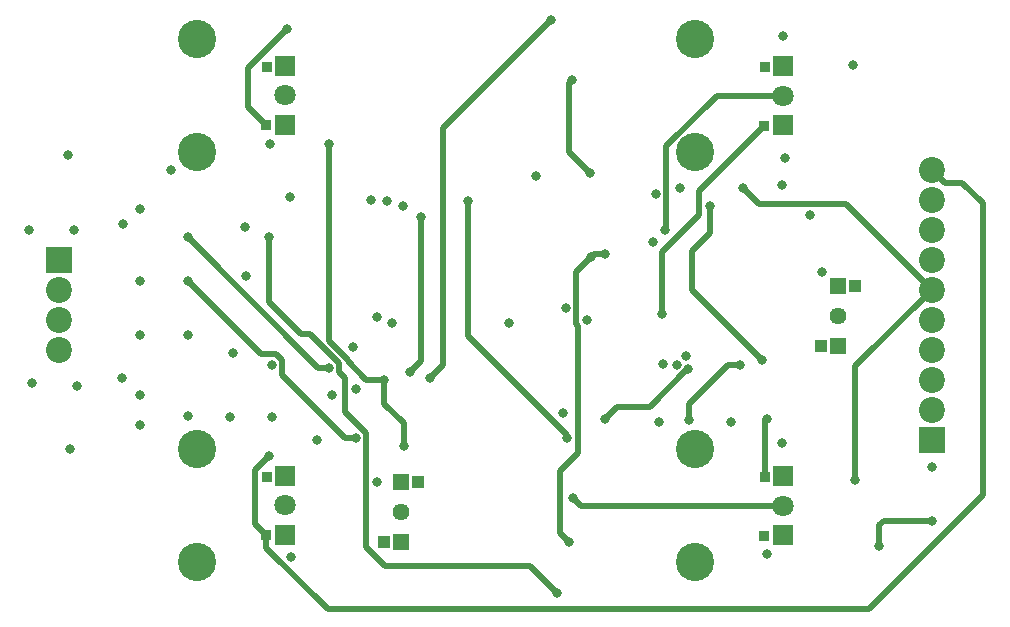
<source format=gbr>
%TF.GenerationSoftware,KiCad,Pcbnew,9.0.0*%
%TF.CreationDate,2025-03-26T23:14:20+00:00*%
%TF.ProjectId,diode-ladder-filter-synth-module,64696f64-652d-46c6-9164-6465722d6669,rev?*%
%TF.SameCoordinates,Original*%
%TF.FileFunction,Copper,L3,Inr*%
%TF.FilePolarity,Positive*%
%FSLAX46Y46*%
G04 Gerber Fmt 4.6, Leading zero omitted, Abs format (unit mm)*
G04 Created by KiCad (PCBNEW 9.0.0) date 2025-03-26 23:14:20*
%MOMM*%
%LPD*%
G01*
G04 APERTURE LIST*
%TA.AperFunction,ComponentPad*%
%ADD10C,2.200000*%
%TD*%
%TA.AperFunction,ComponentPad*%
%ADD11R,2.200000X2.200000*%
%TD*%
%TA.AperFunction,ComponentPad*%
%ADD12R,0.899998X0.899994*%
%TD*%
%TA.AperFunction,ComponentPad*%
%ADD13C,1.800000*%
%TD*%
%TA.AperFunction,ComponentPad*%
%ADD14R,0.900000X0.899998*%
%TD*%
%TA.AperFunction,ComponentPad*%
%ADD15C,3.240000*%
%TD*%
%TA.AperFunction,ComponentPad*%
%ADD16R,1.800000X1.800000*%
%TD*%
%TA.AperFunction,ComponentPad*%
%ADD17R,1.000000X1.000000*%
%TD*%
%TA.AperFunction,ComponentPad*%
%ADD18C,1.440000*%
%TD*%
%TA.AperFunction,ComponentPad*%
%ADD19R,1.440000X1.440000*%
%TD*%
%TA.AperFunction,ViaPad*%
%ADD20C,0.800000*%
%TD*%
%TA.AperFunction,Conductor*%
%ADD21C,0.500000*%
%TD*%
G04 APERTURE END LIST*
D10*
%TO.N,/CV1_IN*%
%TO.C,J6*%
X192024000Y-62484000D03*
%TO.N,GND*%
X192024000Y-65024000D03*
%TO.N,/CV2_IN*%
X192024000Y-67564000D03*
%TO.N,GND*%
X192024000Y-70104000D03*
%TO.N,/AUDIO_OUT*%
X192024000Y-72644000D03*
%TO.N,GND*%
X192024000Y-75184000D03*
%TO.N,/AUDIO_IN*%
X192024000Y-77724000D03*
%TO.N,GND*%
X192024000Y-80264000D03*
%TO.N,/AUDIO_IN*%
X192024000Y-82804000D03*
D11*
%TO.N,GND*%
X192024000Y-85344000D03*
%TD*%
D12*
%TO.N,GND*%
%TO.C,PT1*%
X135719200Y-88493000D03*
D13*
%TO.N,Net-(PT1-Pad2)*%
X137294000Y-90906000D03*
D14*
%TO.N,/CV1_IN*%
X135693800Y-93446000D03*
D15*
%TO.N,*%
X129794000Y-86106000D03*
D16*
X137294000Y-88406000D03*
X137294000Y-93406000D03*
D15*
X129794000Y-95706000D03*
%TD*%
D12*
%TO.N,GND*%
%TO.C,PT3*%
X135719200Y-53796000D03*
D13*
%TO.N,Net-(C9-Pad1)*%
X137294000Y-56209000D03*
D14*
%TO.N,/AUDIO_IN*%
X135693800Y-58749000D03*
D15*
%TO.N,*%
X129794000Y-51409000D03*
D16*
X137294000Y-53709000D03*
X137294000Y-58709000D03*
D15*
X129794000Y-61009000D03*
%TD*%
D10*
%TO.N,Net-(J1-+12v)*%
%TO.C,J1*%
X118110000Y-77724000D03*
%TO.N,GND*%
X118110000Y-75184000D03*
X118110000Y-72644000D03*
D11*
%TO.N,Net-(J1--12v)*%
X118110000Y-70104000D03*
%TD*%
D17*
%TO.N,Net-(PT7-Pad3)*%
%TO.C,PT7*%
X182626000Y-77444600D03*
D18*
%TO.N,Net-(PT4-Pad3)*%
X184073800Y-74904600D03*
D17*
X185496200Y-72364600D03*
D19*
%TO.N,*%
X184073800Y-72364600D03*
X184073800Y-77444600D03*
%TD*%
D12*
%TO.N,Net-(PT4-Pad3)*%
%TO.C,PT4*%
X177883200Y-53822000D03*
D13*
%TO.N,Net-(U2D-+)*%
X179458000Y-56235000D03*
D14*
%TO.N,Net-(U2A--)*%
X177857800Y-58775000D03*
D15*
%TO.N,*%
X171958000Y-51435000D03*
D16*
X179458000Y-53735000D03*
X179458000Y-58735000D03*
D15*
X171958000Y-61035000D03*
%TD*%
D12*
%TO.N,Net-(PT2-Pad3)*%
%TO.C,PT2*%
X177883200Y-88519000D03*
D13*
%TO.N,Net-(PT2-Pad2)*%
X179458000Y-90932000D03*
D14*
%TO.N,+12V*%
X177857800Y-93472000D03*
D15*
%TO.N,*%
X171958000Y-86132000D03*
D16*
X179458000Y-88432000D03*
X179458000Y-93432000D03*
D15*
X171958000Y-95732000D03*
%TD*%
D17*
%TO.N,GND*%
%TO.C,PT6*%
X145618200Y-93980000D03*
D18*
%TO.N,Net-(PT6-Pad2)*%
X147066000Y-91440000D03*
D17*
%TO.N,/CV2_IN*%
X148488400Y-88900000D03*
D19*
%TO.N,*%
X147066000Y-88900000D03*
X147066000Y-93980000D03*
%TD*%
D20*
%TO.N,+12V*%
X143002000Y-77502500D03*
X124968000Y-76454000D03*
X124968000Y-84074000D03*
X124968000Y-81534000D03*
X119094000Y-86106000D03*
X179324000Y-85598000D03*
X129032000Y-76454000D03*
X170434000Y-79021489D03*
%TO.N,GND*%
X192024000Y-87630000D03*
X175006000Y-83820000D03*
X171223069Y-78232000D03*
X160782000Y-83058000D03*
X133858000Y-67310000D03*
X161036000Y-74168000D03*
X145034000Y-74930000D03*
X158496000Y-62992000D03*
X115570000Y-67564000D03*
X119380000Y-67564000D03*
X135966200Y-60325000D03*
X170688000Y-64008000D03*
X115824000Y-80518000D03*
X137751897Y-95293103D03*
X139954000Y-85344000D03*
X145045000Y-88900000D03*
X145923000Y-65151000D03*
X168910000Y-83820000D03*
X119634000Y-80772000D03*
%TO.N,-12V*%
X118872000Y-61214000D03*
X124968000Y-65786000D03*
X143256000Y-85166200D03*
X173228000Y-65532000D03*
X177673000Y-78613000D03*
X124968000Y-71882000D03*
X144526000Y-65024000D03*
X129032000Y-71882000D03*
%TO.N,/AUDIO_OUT*%
X176022000Y-64008000D03*
X185547000Y-88773000D03*
%TO.N,/CV1_IN*%
X185356500Y-53657500D03*
X135890000Y-86741000D03*
%TO.N,Net-(C9-Pad1)*%
X127635000Y-62484000D03*
%TO.N,Net-(C9-Pad2)*%
X129032000Y-68199000D03*
X140970000Y-79248000D03*
%TO.N,Net-(D14-A)*%
X161544000Y-54864000D03*
X163068000Y-62738000D03*
X161290000Y-93980000D03*
X164338000Y-69596000D03*
X163193000Y-69848002D03*
%TO.N,Net-(D10-K)*%
X156210000Y-75438000D03*
X169230229Y-78952466D03*
%TO.N,Net-(D3-K)*%
X192024000Y-92202000D03*
X187579000Y-94361000D03*
%TO.N,/AUDIO_IN*%
X137414000Y-50546000D03*
%TO.N,Net-(D7-K)*%
X143256000Y-81026000D03*
X141224000Y-81534000D03*
X140970000Y-60325000D03*
X145669000Y-80264000D03*
X147320000Y-85852000D03*
%TO.N,Net-(D7-A)*%
X148774914Y-66465959D03*
X147828000Y-79629000D03*
%TO.N,Net-(D8-A)*%
X136144001Y-83388199D03*
X159766000Y-49784000D03*
X149543897Y-80126000D03*
%TO.N,Net-(D13-K)*%
X135890000Y-68199000D03*
X160274000Y-98298000D03*
%TO.N,Net-(D14-K)*%
X162814000Y-75184000D03*
X179324000Y-63754000D03*
X168656000Y-64516000D03*
X168402000Y-68580000D03*
%TO.N,Net-(J1-+12v)*%
X123444000Y-80137000D03*
%TO.N,Net-(J1--12v)*%
X123571000Y-67056000D03*
%TO.N,Net-(PT1-Pad2)*%
X129032000Y-83312000D03*
%TO.N,Net-(PT2-Pad2)*%
X161671000Y-90297000D03*
%TO.N,Net-(PT2-Pad3)*%
X178054000Y-94996000D03*
X178054000Y-83566000D03*
%TO.N,Net-(U2A--)*%
X169164000Y-74676000D03*
X179451000Y-51181000D03*
%TO.N,Net-(U2D-+)*%
X169418001Y-67564001D03*
%TO.N,Net-(PT4-Pad3)*%
X179578000Y-61468000D03*
%TO.N,Net-(PT6-Pad2)*%
X132588000Y-83439000D03*
%TO.N,Net-(PT7-Pad3)*%
X182753000Y-71120000D03*
X181737000Y-66294000D03*
%TO.N,Net-(U1B--)*%
X146304000Y-75438000D03*
X136144000Y-78994000D03*
%TO.N,Net-(U1C--)*%
X132842000Y-77978000D03*
X161152000Y-85217000D03*
X147226959Y-65565959D03*
X152781000Y-65151000D03*
%TO.N,Net-(U1D--)*%
X137668000Y-64802000D03*
X133986397Y-71499603D03*
%TO.N,Net-(U2B--)*%
X164338000Y-83566000D03*
X171424834Y-79368984D03*
%TO.N,Net-(U2C-+)*%
X175768000Y-78994000D03*
X171450000Y-83693000D03*
%TD*%
D21*
%TO.N,-12V*%
X173228000Y-67818000D02*
X173228000Y-65532000D01*
X177673000Y-78613000D02*
X171704000Y-72644000D01*
X171704000Y-72644000D02*
X171704000Y-69342000D01*
%TO.N,Net-(U2A--)*%
X169164000Y-69471793D02*
X169164000Y-74676000D01*
X172328000Y-66307793D02*
X169164000Y-69471793D01*
%TO.N,-12V*%
X171704000Y-69342000D02*
X173228000Y-67818000D01*
%TO.N,Net-(U2A--)*%
X177857800Y-58775000D02*
X172328000Y-64304799D01*
X172328000Y-64304799D02*
X172328000Y-66307793D01*
%TO.N,Net-(U2B--)*%
X171329016Y-79368984D02*
X171424834Y-79368984D01*
X168148000Y-82550000D02*
X171329016Y-79368984D01*
X165354000Y-82550000D02*
X168148000Y-82550000D01*
X164338000Y-83566000D02*
X165354000Y-82550000D01*
%TO.N,Net-(U2C-+)*%
X174752000Y-78994000D02*
X175768000Y-78994000D01*
X171450000Y-82296000D02*
X174752000Y-78994000D01*
X171450000Y-83693000D02*
X171450000Y-82296000D01*
%TO.N,Net-(U2D-+)*%
X169556000Y-60508163D02*
X169556000Y-67426002D01*
X179458000Y-56235000D02*
X173829163Y-56235000D01*
X173829163Y-56235000D02*
X169556000Y-60508163D01*
X169556000Y-67426002D02*
X169418001Y-67564001D01*
%TO.N,Net-(D14-A)*%
X163445002Y-69596000D02*
X164338000Y-69596000D01*
X163193000Y-69848002D02*
X163445002Y-69596000D01*
%TO.N,-12V*%
X137044000Y-79894000D02*
X137044000Y-78621207D01*
X135244000Y-78094000D02*
X129032000Y-71882000D01*
X136516793Y-78094000D02*
X135244000Y-78094000D01*
X137044000Y-78621207D02*
X136516793Y-78094000D01*
X143256000Y-85166200D02*
X142316200Y-85166200D01*
X142316200Y-85166200D02*
X137044000Y-79894000D01*
%TO.N,/AUDIO_OUT*%
X177419000Y-65405000D02*
X176022000Y-64008000D01*
X192024000Y-72644000D02*
X184785000Y-65405000D01*
X185547000Y-79121000D02*
X185547000Y-88773000D01*
X192024000Y-72644000D02*
X185547000Y-79121000D01*
X184785000Y-65405000D02*
X177419000Y-65405000D01*
%TO.N,/CV1_IN*%
X140881000Y-99695000D02*
X186690000Y-99695000D01*
X196342000Y-90043000D02*
X196342000Y-65315662D01*
X135693800Y-93446000D02*
X134743800Y-92496001D01*
X134743800Y-87887200D02*
X135890000Y-86741000D01*
X186690000Y-99695000D02*
X196342000Y-90043000D01*
X193123999Y-63583999D02*
X192024000Y-62484000D01*
X194610337Y-63583999D02*
X193123999Y-63583999D01*
X135693800Y-93446000D02*
X135693800Y-94507800D01*
X196342000Y-65315662D02*
X194610337Y-63583999D01*
X134743800Y-92496001D02*
X134743800Y-87887200D01*
X135693800Y-94507800D02*
X140881000Y-99695000D01*
%TO.N,Net-(C9-Pad2)*%
X140081000Y-79248000D02*
X140970000Y-79248000D01*
X129032000Y-68199000D02*
X140081000Y-79248000D01*
%TO.N,Net-(D14-A)*%
X160528000Y-88011000D02*
X160528000Y-93218000D01*
X161290000Y-60960000D02*
X161290000Y-55118000D01*
X162052000Y-86487000D02*
X160528000Y-88011000D01*
X161914000Y-71127002D02*
X161914000Y-75556793D01*
X163193000Y-69848002D02*
X161914000Y-71127002D01*
X161914000Y-75556793D02*
X162052000Y-75694793D01*
X162052000Y-75694793D02*
X162052000Y-86487000D01*
X161290000Y-55118000D02*
X161544000Y-54864000D01*
X163068000Y-62738000D02*
X161290000Y-60960000D01*
X160528000Y-93218000D02*
X161290000Y-93980000D01*
%TO.N,Net-(D3-K)*%
X187960000Y-92202000D02*
X187579000Y-92583000D01*
X187579000Y-92583000D02*
X187579000Y-94361000D01*
X192024000Y-92202000D02*
X187960000Y-92202000D01*
%TO.N,/AUDIO_IN*%
X137414000Y-50546000D02*
X134112000Y-53848000D01*
X134112000Y-53848000D02*
X134112000Y-57167201D01*
X134112000Y-57167201D02*
X135693800Y-58749000D01*
%TO.N,Net-(D7-K)*%
X140970000Y-76985258D02*
X142570000Y-78585258D01*
X144145000Y-80264000D02*
X145669000Y-80264000D01*
X140970000Y-60325000D02*
X140970000Y-76985258D01*
X142570000Y-78689000D02*
X144145000Y-80264000D01*
X142570000Y-78585258D02*
X142570000Y-78689000D01*
X145669000Y-82296000D02*
X147320000Y-83947000D01*
X147320000Y-83947000D02*
X147320000Y-85852000D01*
X145669000Y-80264000D02*
X145669000Y-82296000D01*
%TO.N,Net-(D7-A)*%
X148774914Y-78682086D02*
X148774914Y-66465959D01*
X147828000Y-79629000D02*
X148774914Y-78682086D01*
%TO.N,Net-(D8-A)*%
X149543897Y-80126000D02*
X150622000Y-79047897D01*
X150622000Y-58928000D02*
X159766000Y-49784000D01*
X150622000Y-79047897D02*
X150622000Y-58928000D01*
%TO.N,Net-(D13-K)*%
X142356000Y-80152050D02*
X142356000Y-82993407D01*
X135890000Y-68199000D02*
X135890000Y-73686050D01*
X138592950Y-76389000D02*
X139383793Y-76389000D01*
X144156000Y-84793407D02*
X144156000Y-94419799D01*
X135890000Y-73686050D02*
X138592950Y-76389000D01*
X139383793Y-76389000D02*
X141847372Y-78852579D01*
X144156000Y-94419799D02*
X145748201Y-96012000D01*
X157988000Y-96012000D02*
X160274000Y-98298000D01*
X141847372Y-79643422D02*
X142356000Y-80152050D01*
X141847372Y-78852579D02*
X141847372Y-79643422D01*
X145748201Y-96012000D02*
X157988000Y-96012000D01*
X142356000Y-82993407D02*
X144156000Y-84793407D01*
%TO.N,Net-(PT2-Pad2)*%
X161671000Y-90297000D02*
X162306000Y-90932000D01*
X162306000Y-90932000D02*
X179458000Y-90932000D01*
%TO.N,Net-(PT2-Pad3)*%
X178054000Y-83566000D02*
X177883200Y-83736800D01*
X177883200Y-83736800D02*
X177883200Y-88519000D01*
%TO.N,Net-(U1C--)*%
X152781000Y-76581000D02*
X161152000Y-84952000D01*
X152781000Y-65151000D02*
X152781000Y-76581000D01*
X161152000Y-84952000D02*
X161152000Y-85217000D01*
%TD*%
M02*

</source>
